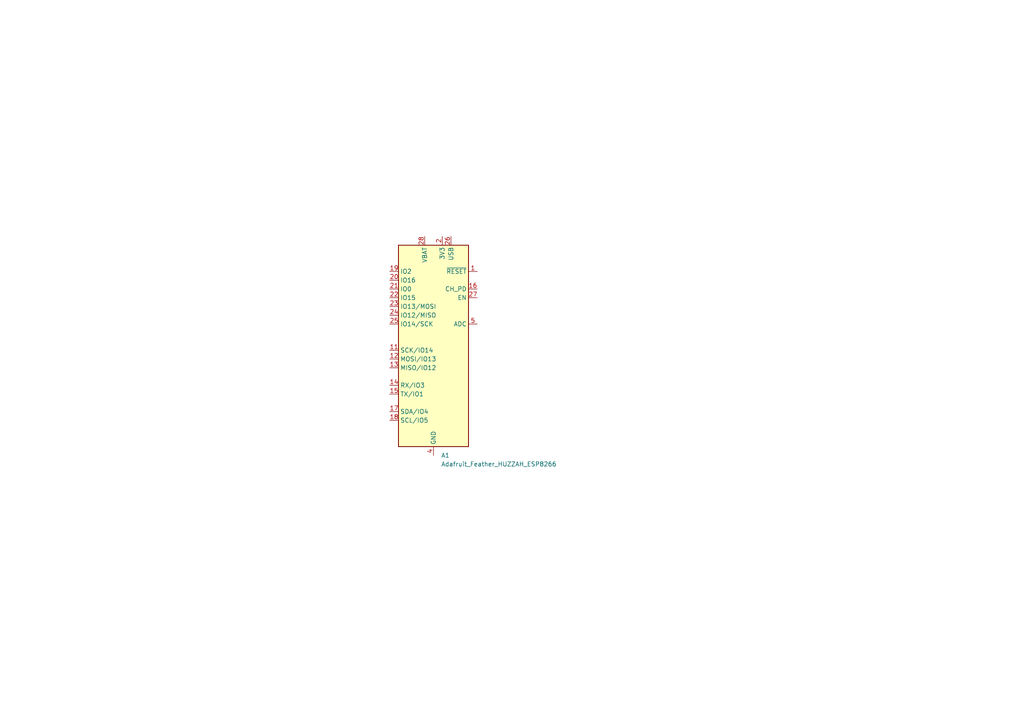
<source format=kicad_sch>
(kicad_sch (version 20230121) (generator eeschema)
  (paper "A4")
  (lib_symbols
    (symbol "MCU_Module:Adafruit_Feather_HUZZAH_ESP8266"
      (property "Reference" "A" (at -10.16 29.21 0))
      (property "Value" "Adafruit_Feather_HUZZAH_ESP8266" (at 2.54 -31.75 0))
      (symbol "Adafruit_Feather_HUZZAH_ESP8266_0_1"
        (rectangle (start -10.16 27.94) (end 10.16 -30.48) (stroke (width 0.254)) (fill (type background)))
      )
      (symbol "Adafruit_Feather_HUZZAH_ESP8266_1_1"
        (pin input line (at 12.7 20.32 180) (length 2.54) (name "~{RESET}") (number "1"))
        (pin no_connect line (at 10.16 -7.62 180) (length 2.54) hide (name "NC") (number "10"))
        (pin bidirectional line (at -12.7 -2.54 0) (length 2.54) (name "SCK/IO14") (number "11"))
        (pin bidirectional line (at -12.7 -5.08 0) (length 2.54) (name "MOSI/IO13") (number "12"))
        (pin bidirectional line (at -12.7 -7.62 0) (length 2.54) (name "MISO/IO12") (number "13"))
        (pin bidirectional line (at -12.7 -12.7 0) (length 2.54) (name "RX/IO3") (number "14"))
        (pin bidirectional line (at -12.7 -15.24 0) (length 2.54) (name "TX/IO1") (number "15"))
        (pin bidirectional line (at 12.7 15.24 180) (length 2.54) (name "CH_PD") (number "16"))
        (pin bidirectional line (at -12.7 -20.32 0) (length 2.54) (name "SDA/IO4") (number "17"))
        (pin bidirectional line (at -12.7 -22.86 0) (length 2.54) (name "SCL/IO5") (number "18"))
        (pin bidirectional line (at -12.7 20.32 0) (length 2.54) (name "IO2") (number "19"))
        (pin power_in line (at 2.54 30.48 270) (length 2.54) (name "3V3") (number "2"))
        (pin bidirectional line (at -12.7 17.78 0) (length 2.54) (name "IO16") (number "20"))
        (pin bidirectional line (at -12.7 15.24 0) (length 2.54) (name "IO0") (number "21"))
        (pin bidirectional line (at -12.7 12.7 0) (length 2.54) (name "IO15") (number "22"))
        (pin bidirectional line (at -12.7 10.16 0) (length 2.54) (name "IO13/MOSI") (number "23"))
        (pin bidirectional line (at -12.7 7.62 0) (length 2.54) (name "IO12/MISO") (number "24"))
        (pin bidirectional line (at -12.7 5.08 0) (length 2.54) (name "IO14/SCK") (number "25"))
        (pin power_in line (at 5.08 30.48 270) (length 2.54) (name "USB") (number "26"))
        (pin input line (at 12.7 12.7 180) (length 2.54) (name "EN") (number "27"))
        (pin power_in line (at -2.54 30.48 270) (length 2.54) (name "VBAT") (number "28"))
        (pin no_connect line (at 10.16 10.16 180) (length 2.54) hide (name "NC") (number "3"))
        (pin power_in line (at 0 -33.02 90) (length 2.54) (name "GND") (number "4"))
        (pin bidirectional line (at 12.7 5.08 180) (length 2.54) (name "ADC") (number "5"))
        (pin no_connect line (at 10.16 2.54 180) (length 2.54) hide (name "NC") (number "6"))
        (pin no_connect line (at 10.16 0 180) (length 2.54) hide (name "NC") (number "7"))
        (pin no_connect line (at 10.16 -2.54 180) (length 2.54) hide (name "NC") (number "8"))
        (pin no_connect line (at 10.16 -5.08 180) (length 2.54) hide (name "NC") (number "9"))
      )
    )
  )
  (symbol (lib_id "MCU_Module:Adafruit_Feather_HUZZAH_ESP8266") (at 125.73 99.06 0) (unit 1)
    (property "Reference" "A1" (at 127.9241 132.08 0) (effects (justify left)))
    (property "Value" "Adafruit_Feather_HUZZAH_ESP8266" (at 127.9241 134.62 0) (effects (justify left)))
    (property "Footprint" "Module:Adafruit_Feather" (effects hide))
    (property "Datasheet" "https://cdn-learn.adafruit.com/downloads/pdf/adafruit-feather-huzzah-esp8266.pdf" (effects hide))
  )
)
</source>
